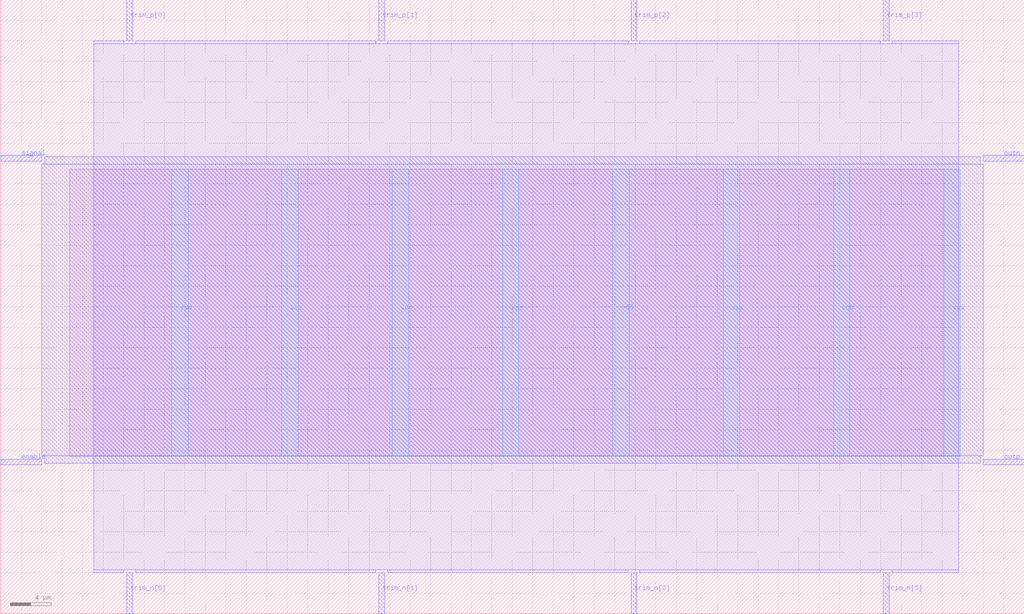
<source format=lef>
VERSION 5.7 ;
  NOWIREEXTENSIONATPIN ON ;
  DIVIDERCHAR "/" ;
  BUSBITCHARS "[]" ;
MACRO injector
  CLASS BLOCK ;
  FOREIGN injector ;
  ORIGIN 0.000 0.000 ;
  SIZE 100.000 BY 60.000 ;
  PIN enable
    DIRECTION INPUT ;
    USE SIGNAL ;
    PORT
      LAYER Metal3 ;
        RECT 0.000 14.560 4.000 15.120 ;
    END
  END enable
  PIN outn
    DIRECTION INOUT ;
    USE SIGNAL ;
    PORT
      LAYER Metal3 ;
        RECT 96.000 44.240 100.000 44.800 ;
    END
  END outn
  PIN outp
    DIRECTION INOUT ;
    USE SIGNAL ;
    PORT
      LAYER Metal3 ;
        RECT 96.000 14.560 100.000 15.120 ;
    END
  END outp
  PIN signal
    DIRECTION INPUT ;
    USE SIGNAL ;
    PORT
      LAYER Metal3 ;
        RECT 0.000 44.240 4.000 44.800 ;
    END
  END signal
  PIN trim_n[0]
    DIRECTION INPUT ;
    USE SIGNAL ;
    PORT
      LAYER Metal2 ;
        RECT 12.320 0.000 12.880 4.000 ;
    END
  END trim_n[0]
  PIN trim_n[1]
    DIRECTION INPUT ;
    USE SIGNAL ;
    PORT
      LAYER Metal2 ;
        RECT 36.960 0.000 37.520 4.000 ;
    END
  END trim_n[1]
  PIN trim_n[2]
    DIRECTION INPUT ;
    USE SIGNAL ;
    PORT
      LAYER Metal2 ;
        RECT 61.600 0.000 62.160 4.000 ;
    END
  END trim_n[2]
  PIN trim_n[3]
    DIRECTION INPUT ;
    USE SIGNAL ;
    PORT
      LAYER Metal2 ;
        RECT 86.240 0.000 86.800 4.000 ;
    END
  END trim_n[3]
  PIN trim_p[0]
    DIRECTION INPUT ;
    USE SIGNAL ;
    PORT
      LAYER Metal2 ;
        RECT 12.320 56.000 12.880 60.000 ;
    END
  END trim_p[0]
  PIN trim_p[1]
    DIRECTION INPUT ;
    USE SIGNAL ;
    PORT
      LAYER Metal2 ;
        RECT 36.960 56.000 37.520 60.000 ;
    END
  END trim_p[1]
  PIN trim_p[2]
    DIRECTION INPUT ;
    USE SIGNAL ;
    PORT
      LAYER Metal2 ;
        RECT 61.600 56.000 62.160 60.000 ;
    END
  END trim_p[2]
  PIN trim_p[3]
    DIRECTION INPUT ;
    USE SIGNAL ;
    PORT
      LAYER Metal2 ;
        RECT 86.240 56.000 86.800 60.000 ;
    END
  END trim_p[3]
  PIN vdd
    DIRECTION INOUT ;
    USE POWER ;
    PORT
      LAYER Metal4 ;
        RECT 16.700 15.380 18.300 43.420 ;
    END
    PORT
      LAYER Metal4 ;
        RECT 38.260 15.380 39.860 43.420 ;
    END
    PORT
      LAYER Metal4 ;
        RECT 59.820 15.380 61.420 43.420 ;
    END
    PORT
      LAYER Metal4 ;
        RECT 81.380 15.380 82.980 43.420 ;
    END
  END vdd
  PIN vss
    DIRECTION INOUT ;
    USE GROUND ;
    PORT
      LAYER Metal4 ;
        RECT 27.480 15.380 29.080 43.420 ;
    END
    PORT
      LAYER Metal4 ;
        RECT 49.040 15.380 50.640 43.420 ;
    END
    PORT
      LAYER Metal4 ;
        RECT 70.600 15.380 72.200 43.420 ;
    END
    PORT
      LAYER Metal4 ;
        RECT 92.160 15.380 93.760 43.420 ;
    END
  END vss
  OBS
      LAYER Metal1 ;
        RECT 6.720 15.380 93.760 43.420 ;
      LAYER Metal2 ;
        RECT 9.100 55.700 12.020 56.000 ;
        RECT 13.180 55.700 36.660 56.000 ;
        RECT 37.820 55.700 61.300 56.000 ;
        RECT 62.460 55.700 85.940 56.000 ;
        RECT 87.100 55.700 93.620 56.000 ;
        RECT 9.100 4.300 93.620 55.700 ;
        RECT 9.100 4.000 12.020 4.300 ;
        RECT 13.180 4.000 36.660 4.300 ;
        RECT 37.820 4.000 61.300 4.300 ;
        RECT 62.460 4.000 85.940 4.300 ;
        RECT 87.100 4.000 93.620 4.300 ;
      LAYER Metal3 ;
        RECT 4.300 43.940 95.700 44.660 ;
        RECT 4.000 15.420 96.000 43.940 ;
        RECT 4.300 14.700 95.700 15.420 ;
  END
END injector
END LIBRARY


</source>
